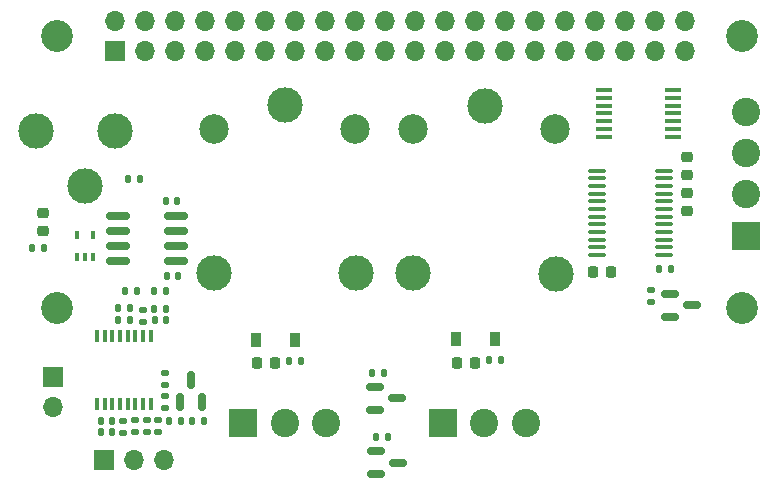
<source format=gbr>
G04 #@! TF.GenerationSoftware,KiCad,Pcbnew,(6.0.0)*
G04 #@! TF.CreationDate,2023-01-15T16:22:46+02:00*
G04 #@! TF.ProjectId,Pi HAT,50692048-4154-42e6-9b69-6361645f7063,0.0*
G04 #@! TF.SameCoordinates,Original*
G04 #@! TF.FileFunction,Soldermask,Top*
G04 #@! TF.FilePolarity,Negative*
%FSLAX46Y46*%
G04 Gerber Fmt 4.6, Leading zero omitted, Abs format (unit mm)*
G04 Created by KiCad (PCBNEW (6.0.0)) date 2023-01-15 16:22:46*
%MOMM*%
%LPD*%
G01*
G04 APERTURE LIST*
G04 Aperture macros list*
%AMRoundRect*
0 Rectangle with rounded corners*
0 $1 Rounding radius*
0 $2 $3 $4 $5 $6 $7 $8 $9 X,Y pos of 4 corners*
0 Add a 4 corners polygon primitive as box body*
4,1,4,$2,$3,$4,$5,$6,$7,$8,$9,$2,$3,0*
0 Add four circle primitives for the rounded corners*
1,1,$1+$1,$2,$3*
1,1,$1+$1,$4,$5*
1,1,$1+$1,$6,$7*
1,1,$1+$1,$8,$9*
0 Add four rect primitives between the rounded corners*
20,1,$1+$1,$2,$3,$4,$5,0*
20,1,$1+$1,$4,$5,$6,$7,0*
20,1,$1+$1,$6,$7,$8,$9,0*
20,1,$1+$1,$8,$9,$2,$3,0*%
G04 Aperture macros list end*
%ADD10C,2.700000*%
%ADD11C,2.400000*%
%ADD12R,2.400000X2.400000*%
%ADD13RoundRect,0.218750X-0.218750X-0.256250X0.218750X-0.256250X0.218750X0.256250X-0.218750X0.256250X0*%
%ADD14R,1.700000X1.700000*%
%ADD15O,1.700000X1.700000*%
%ADD16RoundRect,0.135000X0.135000X0.185000X-0.135000X0.185000X-0.135000X-0.185000X0.135000X-0.185000X0*%
%ADD17RoundRect,0.135000X-0.135000X-0.185000X0.135000X-0.185000X0.135000X0.185000X-0.135000X0.185000X0*%
%ADD18RoundRect,0.225000X-0.250000X0.225000X-0.250000X-0.225000X0.250000X-0.225000X0.250000X0.225000X0*%
%ADD19RoundRect,0.100000X0.637500X0.100000X-0.637500X0.100000X-0.637500X-0.100000X0.637500X-0.100000X0*%
%ADD20RoundRect,0.135000X0.185000X-0.135000X0.185000X0.135000X-0.185000X0.135000X-0.185000X-0.135000X0*%
%ADD21R,0.400000X1.000000*%
%ADD22C,3.000000*%
%ADD23C,2.500000*%
%ADD24RoundRect,0.225000X-0.225000X-0.250000X0.225000X-0.250000X0.225000X0.250000X-0.225000X0.250000X0*%
%ADD25R,0.900000X1.200000*%
%ADD26RoundRect,0.140000X-0.170000X0.140000X-0.170000X-0.140000X0.170000X-0.140000X0.170000X0.140000X0*%
%ADD27RoundRect,0.135000X-0.185000X0.135000X-0.185000X-0.135000X0.185000X-0.135000X0.185000X0.135000X0*%
%ADD28RoundRect,0.150000X-0.825000X-0.150000X0.825000X-0.150000X0.825000X0.150000X-0.825000X0.150000X0*%
%ADD29RoundRect,0.150000X-0.587500X-0.150000X0.587500X-0.150000X0.587500X0.150000X-0.587500X0.150000X0*%
%ADD30RoundRect,0.218750X0.256250X-0.218750X0.256250X0.218750X-0.256250X0.218750X-0.256250X-0.218750X0*%
%ADD31RoundRect,0.140000X-0.140000X-0.170000X0.140000X-0.170000X0.140000X0.170000X-0.140000X0.170000X0*%
%ADD32RoundRect,0.150000X0.150000X-0.587500X0.150000X0.587500X-0.150000X0.587500X-0.150000X-0.587500X0*%
%ADD33RoundRect,0.140000X0.170000X-0.140000X0.170000X0.140000X-0.170000X0.140000X-0.170000X-0.140000X0*%
%ADD34RoundRect,0.140000X0.140000X0.170000X-0.140000X0.170000X-0.140000X-0.170000X0.140000X-0.170000X0*%
%ADD35R,1.473200X0.355600*%
%ADD36R,0.400000X0.650000*%
%ADD37RoundRect,0.225000X0.250000X-0.225000X0.250000X0.225000X-0.250000X0.225000X-0.250000X-0.225000X0*%
G04 APERTURE END LIST*
D10*
X121032000Y-94568000D03*
X179032000Y-94568000D03*
X179032000Y-117568000D03*
X121032000Y-117568000D03*
D11*
X179324000Y-100950000D03*
X179324000Y-104450000D03*
X179324000Y-107950000D03*
D12*
X179324000Y-111450000D03*
D13*
X154842500Y-122242000D03*
X156417500Y-122242000D03*
D14*
X124985000Y-130460000D03*
D15*
X127525000Y-130460000D03*
X130065000Y-130460000D03*
D16*
X172990000Y-114294000D03*
X171970000Y-114294000D03*
D17*
X130503200Y-127101600D03*
X131523200Y-127101600D03*
D18*
X174340000Y-104792000D03*
X174340000Y-106342000D03*
D19*
X172422500Y-113089000D03*
X172422500Y-112439000D03*
X172422500Y-111789000D03*
X172422500Y-111139000D03*
X172422500Y-110489000D03*
X172422500Y-109839000D03*
X172422500Y-109189000D03*
X172422500Y-108539000D03*
X172422500Y-107889000D03*
X172422500Y-107239000D03*
X172422500Y-106589000D03*
X172422500Y-105939000D03*
X166697500Y-105939000D03*
X166697500Y-106589000D03*
X166697500Y-107239000D03*
X166697500Y-107889000D03*
X166697500Y-108539000D03*
X166697500Y-109189000D03*
X166697500Y-109839000D03*
X166697500Y-110489000D03*
X166697500Y-111139000D03*
X166697500Y-111789000D03*
X166697500Y-112439000D03*
X166697500Y-113089000D03*
D20*
X171323000Y-117096000D03*
X171323000Y-116076000D03*
D21*
X124404800Y-125736400D03*
X125054800Y-125736400D03*
X125704800Y-125736400D03*
X126354800Y-125736400D03*
X127004800Y-125736400D03*
X127654800Y-125736400D03*
X128304800Y-125736400D03*
X128954800Y-125736400D03*
X128954800Y-119936400D03*
X128304800Y-119936400D03*
X127654800Y-119936400D03*
X127004800Y-119936400D03*
X126354800Y-119936400D03*
X125704800Y-119936400D03*
X125054800Y-119936400D03*
X124404800Y-119936400D03*
D22*
X140332000Y-100424605D03*
D23*
X134282000Y-102374605D03*
D22*
X134282000Y-114574605D03*
X146332000Y-114624605D03*
D23*
X146282000Y-102374605D03*
D24*
X166385000Y-114554000D03*
X167935000Y-114554000D03*
D16*
X119880000Y-112480000D03*
X118860000Y-112480000D03*
D25*
X158110000Y-120210000D03*
X154810000Y-120210000D03*
X141189000Y-120308000D03*
X137889000Y-120308000D03*
D26*
X127635000Y-127078800D03*
X127635000Y-128038800D03*
D27*
X130175000Y-123061000D03*
X130175000Y-124081000D03*
D17*
X126185200Y-117551200D03*
X127205200Y-117551200D03*
D28*
X126176000Y-109804200D03*
X126176000Y-111074200D03*
X126176000Y-112344200D03*
X126176000Y-113614200D03*
X131126000Y-113614200D03*
X131126000Y-112344200D03*
X131126000Y-111074200D03*
X131126000Y-109804200D03*
D29*
X148035800Y-129707600D03*
X148035800Y-131607600D03*
X149910800Y-130657600D03*
D17*
X127010000Y-106650000D03*
X128030000Y-106650000D03*
D20*
X129590800Y-128068800D03*
X129590800Y-127048800D03*
D30*
X119800000Y-111067500D03*
X119800000Y-109492500D03*
D22*
X157232000Y-100457000D03*
D23*
X151182000Y-102407000D03*
D22*
X151182000Y-114607000D03*
X163232000Y-114657000D03*
D23*
X163182000Y-102407000D03*
D14*
X120700000Y-123375000D03*
D15*
X120700000Y-125915000D03*
D31*
X129285400Y-118609800D03*
X130245400Y-118609800D03*
X130320000Y-114900000D03*
X131280000Y-114900000D03*
X126215200Y-118618000D03*
X127175200Y-118618000D03*
D17*
X147700000Y-123037600D03*
X148720000Y-123037600D03*
D26*
X128607900Y-127078800D03*
X128607900Y-128038800D03*
D12*
X153700000Y-127275000D03*
D11*
X157200000Y-127275000D03*
X160700000Y-127275000D03*
D16*
X133504400Y-127101600D03*
X132484400Y-127101600D03*
D17*
X126790000Y-116100000D03*
X127810000Y-116100000D03*
D12*
X136800000Y-127315000D03*
D11*
X140300000Y-127315000D03*
X143800000Y-127315000D03*
D32*
X131434800Y-125499100D03*
X133334800Y-125499100D03*
X132384800Y-123624100D03*
D17*
X129190000Y-116100000D03*
X130210000Y-116100000D03*
D33*
X128270000Y-118717000D03*
X128270000Y-117757000D03*
D17*
X140680000Y-122040000D03*
X141700000Y-122040000D03*
X129230000Y-117620000D03*
X130250000Y-117620000D03*
D13*
X137908500Y-122262000D03*
X139483500Y-122262000D03*
D34*
X131180000Y-108508800D03*
X130220000Y-108508800D03*
D31*
X124742000Y-127101600D03*
X125702000Y-127101600D03*
D29*
X147936200Y-124272000D03*
X147936200Y-126172000D03*
X149811200Y-125222000D03*
D22*
X125911000Y-102558000D03*
X119261000Y-102558000D03*
X123361000Y-107258000D03*
D29*
X172925500Y-116398000D03*
X172925500Y-118298000D03*
X174800500Y-117348000D03*
D35*
X167358000Y-99144200D03*
X167358000Y-99804600D03*
X167358000Y-100439600D03*
X167358000Y-101100000D03*
X167358000Y-101760400D03*
X167358000Y-102395400D03*
X167358000Y-103055800D03*
X173200000Y-103055800D03*
X173200000Y-102395400D03*
X173200000Y-101760400D03*
X173200000Y-101100000D03*
X173200000Y-100439600D03*
X173200000Y-99804600D03*
X173200000Y-99144200D03*
D36*
X122750000Y-113250000D03*
X123400000Y-113250000D03*
X124050000Y-113250000D03*
X124050000Y-111350000D03*
X122750000Y-111350000D03*
D37*
X174340000Y-109390000D03*
X174340000Y-107840000D03*
D17*
X157601000Y-121942000D03*
X158621000Y-121942000D03*
D20*
X126619000Y-128145000D03*
X126619000Y-127125000D03*
D17*
X148056900Y-128473200D03*
X149076900Y-128473200D03*
D31*
X124740000Y-128080000D03*
X125700000Y-128080000D03*
D33*
X130200400Y-126006800D03*
X130200400Y-125046800D03*
D14*
X125902000Y-95838000D03*
D15*
X125902000Y-93298000D03*
X128442000Y-95838000D03*
X128442000Y-93298000D03*
X130982000Y-95838000D03*
X130982000Y-93298000D03*
X133522000Y-95838000D03*
X133522000Y-93298000D03*
X136062000Y-95838000D03*
X136062000Y-93298000D03*
X138602000Y-95838000D03*
X138602000Y-93298000D03*
X141142000Y-95838000D03*
X141142000Y-93298000D03*
X143682000Y-95838000D03*
X143682000Y-93298000D03*
X146222000Y-95838000D03*
X146222000Y-93298000D03*
X148762000Y-95838000D03*
X148762000Y-93298000D03*
X151302000Y-95838000D03*
X151302000Y-93298000D03*
X153842000Y-95838000D03*
X153842000Y-93298000D03*
X156382000Y-95838000D03*
X156382000Y-93298000D03*
X158922000Y-95838000D03*
X158922000Y-93298000D03*
X161462000Y-95838000D03*
X161462000Y-93298000D03*
X164002000Y-95838000D03*
X164002000Y-93298000D03*
X166542000Y-95838000D03*
X166542000Y-93298000D03*
X169082000Y-95838000D03*
X169082000Y-93298000D03*
X171622000Y-95838000D03*
X171622000Y-93298000D03*
X174162000Y-95838000D03*
X174162000Y-93298000D03*
M02*

</source>
